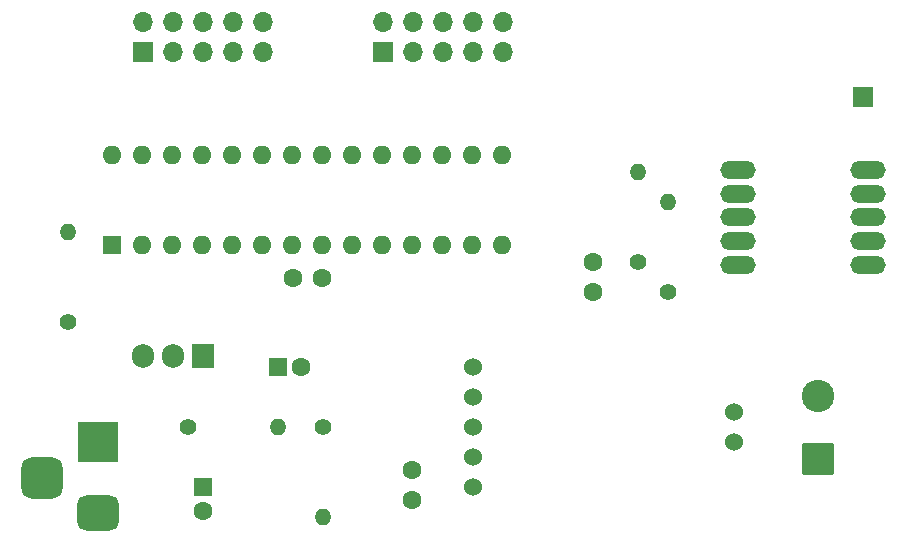
<source format=gts>
%TF.GenerationSoftware,KiCad,Pcbnew,(6.0.9)*%
%TF.CreationDate,2023-01-16T23:19:06+01:00*%
%TF.ProjectId,FM_radio_atmega_8,464d5f72-6164-4696-9f5f-61746d656761,rev?*%
%TF.SameCoordinates,Original*%
%TF.FileFunction,Soldermask,Top*%
%TF.FilePolarity,Negative*%
%FSLAX46Y46*%
G04 Gerber Fmt 4.6, Leading zero omitted, Abs format (unit mm)*
G04 Created by KiCad (PCBNEW (6.0.9)) date 2023-01-16 23:19:06*
%MOMM*%
%LPD*%
G01*
G04 APERTURE LIST*
G04 Aperture macros list*
%AMRoundRect*
0 Rectangle with rounded corners*
0 $1 Rounding radius*
0 $2 $3 $4 $5 $6 $7 $8 $9 X,Y pos of 4 corners*
0 Add a 4 corners polygon primitive as box body*
4,1,4,$2,$3,$4,$5,$6,$7,$8,$9,$2,$3,0*
0 Add four circle primitives for the rounded corners*
1,1,$1+$1,$2,$3*
1,1,$1+$1,$4,$5*
1,1,$1+$1,$6,$7*
1,1,$1+$1,$8,$9*
0 Add four rect primitives between the rounded corners*
20,1,$1+$1,$2,$3,$4,$5,0*
20,1,$1+$1,$4,$5,$6,$7,0*
20,1,$1+$1,$6,$7,$8,$9,0*
20,1,$1+$1,$8,$9,$2,$3,0*%
G04 Aperture macros list end*
%ADD10C,1.400000*%
%ADD11O,1.400000X1.400000*%
%ADD12C,1.600000*%
%ADD13R,1.905000X2.000000*%
%ADD14O,1.905000X2.000000*%
%ADD15R,1.700000X1.700000*%
%ADD16O,1.700000X1.700000*%
%ADD17O,3.000000X1.500000*%
%ADD18R,1.600000X1.600000*%
%ADD19C,1.524000*%
%ADD20O,1.600000X1.600000*%
%ADD21RoundRect,0.250000X1.125000X-1.125000X1.125000X1.125000X-1.125000X1.125000X-1.125000X-1.125000X0*%
%ADD22C,2.750000*%
%ADD23R,3.500000X3.500000*%
%ADD24RoundRect,0.750000X1.000000X-0.750000X1.000000X0.750000X-1.000000X0.750000X-1.000000X-0.750000X0*%
%ADD25RoundRect,0.875000X0.875000X-0.875000X0.875000X0.875000X-0.875000X0.875000X-0.875000X-0.875000X0*%
G04 APERTURE END LIST*
D10*
%TO.C,R5*%
X107950000Y-107950000D03*
D11*
X107950000Y-100330000D03*
%TD*%
D12*
%TO.C,C3*%
X76190000Y-106690000D03*
X78690000Y-106690000D03*
%TD*%
%TO.C,C4*%
X101600000Y-105410000D03*
X101600000Y-107910000D03*
%TD*%
D13*
%TO.C,U1*%
X68580000Y-113355000D03*
D14*
X66040000Y-113355000D03*
X63500000Y-113355000D03*
%TD*%
D10*
%TO.C,R3*%
X57150000Y-110490000D03*
D11*
X57150000Y-102870000D03*
%TD*%
D15*
%TO.C,J4*%
X63500000Y-87630000D03*
D16*
X63500000Y-85090000D03*
X66040000Y-87630000D03*
X66040000Y-85090000D03*
X68580000Y-87630000D03*
X68580000Y-85090000D03*
X71120000Y-87630000D03*
X71120000Y-85090000D03*
X73660000Y-87630000D03*
X73660000Y-85090000D03*
%TD*%
D10*
%TO.C,R2*%
X67310000Y-119380000D03*
D11*
X74930000Y-119380000D03*
%TD*%
D17*
%TO.C,U3*%
X113880000Y-97600000D03*
X113880000Y-99600000D03*
X113880000Y-101600000D03*
X113880000Y-103600000D03*
X113880000Y-105600000D03*
X124880000Y-105600000D03*
X124880000Y-103600000D03*
X124880000Y-101600000D03*
X124880000Y-99600000D03*
X124880000Y-97600000D03*
%TD*%
D15*
%TO.C,J2*%
X124460000Y-91440000D03*
%TD*%
D10*
%TO.C,R1*%
X78740000Y-119380000D03*
D11*
X78740000Y-127000000D03*
%TD*%
D15*
%TO.C,J3*%
X83820000Y-87630000D03*
D16*
X83820000Y-85090000D03*
X86360000Y-87630000D03*
X86360000Y-85090000D03*
X88900000Y-87630000D03*
X88900000Y-85090000D03*
X91440000Y-87630000D03*
X91440000Y-85090000D03*
X93980000Y-87630000D03*
X93980000Y-85090000D03*
%TD*%
D18*
%TO.C,C2*%
X74930000Y-114300000D03*
D12*
X76930000Y-114300000D03*
%TD*%
D10*
%TO.C,R4*%
X105410000Y-105410000D03*
D11*
X105410000Y-97790000D03*
%TD*%
D19*
%TO.C,U4*%
X91440000Y-114300000D03*
X91440000Y-116840000D03*
X91440000Y-119380000D03*
X91440000Y-121920000D03*
X91440000Y-124460000D03*
X113538000Y-118110000D03*
X113538000Y-120650000D03*
%TD*%
D18*
%TO.C,U2*%
X60883800Y-103962200D03*
D20*
X63423800Y-103962200D03*
X65963800Y-103962200D03*
X68503800Y-103962200D03*
X71043800Y-103962200D03*
X73583800Y-103962200D03*
X76123800Y-103962200D03*
X78663800Y-103962200D03*
X81203800Y-103962200D03*
X83743800Y-103962200D03*
X86283800Y-103962200D03*
X88823800Y-103962200D03*
X91363800Y-103962200D03*
X93903800Y-103962200D03*
X93903800Y-96342200D03*
X91363800Y-96342200D03*
X88823800Y-96342200D03*
X86283800Y-96342200D03*
X83743800Y-96342200D03*
X81203800Y-96342200D03*
X78663800Y-96342200D03*
X76123800Y-96342200D03*
X73583800Y-96342200D03*
X71043800Y-96342200D03*
X68503800Y-96342200D03*
X65963800Y-96342200D03*
X63423800Y-96342200D03*
X60883800Y-96342200D03*
%TD*%
D18*
%TO.C,C1*%
X68580000Y-124460000D03*
D12*
X68580000Y-126460000D03*
%TD*%
D21*
%TO.C,J5*%
X120650000Y-122080000D03*
D22*
X120650000Y-116680000D03*
%TD*%
D12*
%TO.C,C5*%
X86283800Y-123012200D03*
X86283800Y-125512200D03*
%TD*%
D23*
%TO.C,J1*%
X59690000Y-120650000D03*
D24*
X59690000Y-126650000D03*
D25*
X54990000Y-123650000D03*
%TD*%
M02*

</source>
